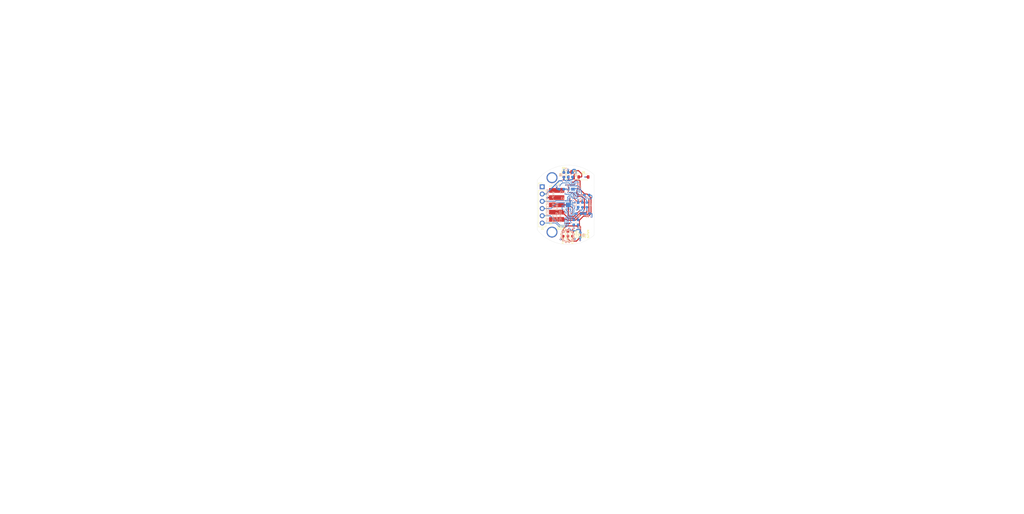
<source format=kicad_pcb>
(kicad_pcb (version 20241229) (generator "pcbnew") (generator_version "9.0")
  (title_block (title "Mag Encoder (WCP-1971)") (date "2025-09-20") (rev "1"))
  (layers (0 "F.Cu" signal) (4 "In1.Cu" signal) (6 "In2.Cu" signal) (2 "B.Cu" signal) (13 "F.Paste" user) (15 "B.Paste" user) (5 "F.SilkS" user "F.Silkscreen") (7 "B.SilkS" user "B.Silkscreen") (1 "F.Mask" user) (3 "B.Mask" user) (25 "Edge.Cuts" user))
  (net 0 "")
  (net 1 "+3.3V")
  (net 2 "GND")
  (net 3 "+5V")
  (net 4 "Net-(D4-A)")
  (net 5 "Net-(D1-K)")
  (net 6 "Net-(D3-A)")
  (net 7 "+5V_IN")
  (net 8 "Net-(C1-Pad1)")
  (net 9 "/A")
  (net 10 "/B")
  (net 11 "/PWM")
  (net 12 "Net-(D2-A)")
  (net 13 "Net-(R2-Pad1)")
  (net 14 "Net-(D3-K)")
  (net 15 "Net-(R1-Pad1)")
  (net 16 "Net-(U3-MGL)")
  (net 17 "Net-(U3-MGH)")
  (net 18 "Net-(U3-B)")
  (net 19 "/MISO")
  (net 20 "Net-(U3-A)")
  (net 21 "Net-(U3-PWM)")
  (net 22 "/CS")
  (net 23 "/MOSI")
  (net 24 "/SCLK")
  (net 26 "Net-(R3-Pad1)")
  (footprint "mag-encoder:pin-0.100" (layer "F.Cu") (at 224.8408 114.046 180)
    (property "Reference" "H1" (hide yes))
    (property "Value" "MountingHole")
    (pad "" thru_hole circle (at 0 0 180) (size 3.81 3.81) (drill 3) (layers "*.Cu" "*.Mask"))
  )
  (footprint "LED_SMD:LED_0603_1608Metric" (layer "F.Cu") (at 228.981 113.03 -90)
    (property "Reference" "D1" (at -0.0254 1.2446 90) (layer "F.SilkS") (effects (font (size 0.635 0.635) (thickness 0.127))))
    (property "Value" "ON" (at -2.3114 0 180) (layer "F.SilkS") (effects (font (size 0.635 0.635) (thickness 0.127) (bold yes))))
    (pad "1" smd roundrect (at -0.7875 0 270) (size 0.875 0.95) (layers "F.Cu" "F.Mask" "F.Paste") (net 5 "Net-(D1-K)"))
    (pad "2" smd roundrect (at 0.7875 0 270) (size 0.875 0.95) (layers "F.Cu" "F.Mask" "F.Paste") (net 1 "+3.3V"))
  )
  (footprint "LED_SMD:LED_0603_1608Metric" (layer "F.Cu") (at 228.727 133.731 90)
    (property "Reference" "D2" (at 2.032 -1.7272 90) (layer "F.SilkS") (effects (font (size 0.635 0.635) (thickness 0.127))))
    (property "Value" "FAR" (at -2.5654 -0.008467 90) (layer "F.SilkS") (effects (font (size 0.635 0.635) (thickness 0.127) (bold yes))))
    (pad "1" smd roundrect (at -0.7875 0 90) (size 0.875 0.95) (layers "F.Cu" "F.Mask" "F.Paste") (net 2 "GND"))
    (pad "2" smd roundrect (at 0.7875 0 90) (size 0.875 0.95) (layers "F.Cu" "F.Mask" "F.Paste") (net 12 "Net-(D2-A)"))
  )
  (footprint "Package_TO_SOT_SMD:SOT-23" (layer "F.Cu") (at 231.5972 113.03 90)
    (property "Reference" "U1" (at 1.2954 1.3208 0) (layer "F.SilkS") (effects (font (size 0.635 0.635) (thickness 0.127))))
    (property "Value" "AP2120N-3.3TRG1")
    (pad "1" smd roundrect (at -0.9375 -0.95 90) (size 1.475 0.6) (layers "F.Cu" "F.Mask" "F.Paste") (net 2 "GND"))
    (pad "2" smd roundrect (at -0.9375 0.95 90) (size 1.475 0.6) (layers "F.Cu" "F.Mask" "F.Paste") (net 1 "+3.3V"))
    (pad "3" smd roundrect (at 0.9375 0 90) (size 1.475 0.6) (layers "F.Cu" "F.Mask" "F.Paste") (net 3 "+5V"))
  )
  (footprint "mag-encoder:Molex-70634-0039" (layer "F.Cu") (at 241.4778 123.571 90)
    (property "Reference" "J2" (at 7.3152 -14.5542 0) (layer "F.SilkS") (effects (font (size 0.635 0.635) (thickness 0.127))))
    (property "Value" "0015912055")
    (pad "" np_thru_hole circle (at -6.48 -4.3 90) (size 3.4 3.4) (drill 3.4) (layers "F&B.Cu" "*.Mask") (clearance 0.635))
    (pad "" np_thru_hole circle (at 6.48 -4.3 90) (size 3.4 3.4) (drill 3.4) (layers "F&B.Cu" "*.Mask") (clearance 0.635))
    (pad "1" smd roundrect (at 5.08 -14.99 90) (size 1.65 5.33) (layers "F.Cu" "F.Mask" "F.Paste") (roundrect_rratio 0.07352941176) (net 2 "GND"))
    (pad "2" smd roundrect (at 2.54 -14.99 90) (size 1.65 5.33) (layers "F.Cu" "F.Mask" "F.Paste") (roundrect_rratio 0.07352941176) (net 7 "+5V_IN"))
    (pad "3" smd roundrect (at 0 -14.99 90) (size 1.65 5.33) (layers "F.Cu" "F.Mask" "F.Paste") (roundrect_rratio 0.07352941176) (net 9 "/A"))
    (pad "4" smd roundrect (at -2.54 -14.99 90) (size 1.65 5.33) (layers "F.Cu" "F.Mask" "F.Paste") (roundrect_rratio 0.07352941176) (net 10 "/B"))
    (pad "5" smd roundrect (at -5.08 -14.99 90) (size 1.65 5.33) (layers "F.Cu" "F.Mask" "F.Paste") (roundrect_rratio 0.07352941176) (net 11 "/PWM"))
  )
  (footprint "LED_SMD:LED_0603_1608Metric" (layer "F.Cu") (at 230.378 133.731 90)
    (property "Reference" "D3" (at 2.032 -2.3876 90) (layer "F.SilkS") (effects (font (size 0.635 0.635) (thickness 0.127))))
    (property "Value" "OK" (at -2.353733 0.008466 90) (layer "F.SilkS") (effects (font (size 0.635 0.635) (thickness 0.127) (bold yes))))
    (pad "1" smd roundrect (at -0.7875 0 90) (size 0.875 0.95) (layers "F.Cu" "F.Mask" "F.Paste") (net 14 "Net-(D3-K)"))
    (pad "2" smd roundrect (at 0.7875 0 90) (size 0.875 0.95) (layers "F.Cu" "F.Mask" "F.Paste") (net 6 "Net-(D3-A)"))
  )
  (footprint "Connector_PinHeader_2.54mm:PinHeader_1x06_P2.54mm_Vertical" (layer "F.Cu") (at 221.4118 117.221)
    (property "Reference" "J1" (at 0.0508 14.7066 0) (layer "F.SilkS") (effects (font (size 0.635 0.635) (thickness 0.127) (bold yes))))
    (property "Value" "CONFIG")
    (pad "1" thru_hole rect (at 0 0) (size 1.7 1.7) (drill 1) (layers "*.Cu" "*.Mask") (net 2 "GND"))
    (pad "2" thru_hole oval (at 0 2.54) (size 1.7 1.7) (drill 1) (layers "*.Cu" "*.Mask") (net 1 "+3.3V"))
    (pad "3" thru_hole oval (at 0 5.08) (size 1.7 1.7) (drill 1) (layers "*.Cu" "*.Mask") (net 22 "/CS"))
    (pad "4" thru_hole oval (at 0 7.62) (size 1.7 1.7) (drill 1) (layers "*.Cu" "*.Mask") (net 23 "/MOSI"))
    (pad "5" thru_hole oval (at 0 10.16) (size 1.7 1.7) (drill 1) (layers "*.Cu" "*.Mask") (net 19 "/MISO"))
    (pad "6" thru_hole oval (at 0 12.7) (size 1.7 1.7) (drill 1) (layers "*.Cu" "*.Mask") (net 24 "/SCLK"))
  )
  (footprint "Diode_SMD:D_SOD-123" (layer "F.Cu") (at 235.839 113.792)
    (property "Reference" "D5" (at 0 -1.5748 0) (layer "F.SilkS") (effects (font (size 0.635 0.635) (thickness 0.127) (bold yes))))
    (property "Value" "MMSD4148T1G")
    (pad "1" smd roundrect (at -1.65 0) (size 0.9 1.2) (layers "F.Cu" "F.Mask" "F.Paste") (net 3 "+5V"))
    (pad "2" smd roundrect (at 1.65 0) (size 0.9 1.2) (layers "F.Cu" "F.Mask" "F.Paste") (net 7 "+5V_IN"))
  )
  (footprint "LED_SMD:LED_0603_1608Metric" (layer "F.Cu") (at 232.029 133.731 90)
    (property "Reference" "D4" (at 2.032 -3.048 90) (layer "F.SilkS") (effects (font (size 0.635 0.635) (thickness 0.127))))
    (property "Value" "CLS" (at -2.580519 -0.0254 90) (layer "F.SilkS") (effects (font (size 0.635 0.635) (thickness 0.127) (bold yes))))
    (pad "1" smd roundrect (at -0.7875 0 90) (size 0.875 0.95) (layers "F.Cu" "F.Mask" "F.Paste") (net 2 "GND"))
    (pad "2" smd roundrect (at 0.7875 0 90) (size 0.875 0.95) (layers "F.Cu" "F.Mask" "F.Paste") (net 4 "Net-(D4-A)"))
  )
  (footprint "mag-encoder:pin-0.100" (layer "F.Cu") (at 224.8408 133.096 180)
    (property "Reference" "H2" (hide yes))
    (property "Value" "MountingHole")
    (pad "" thru_hole circle (at 0 0 180) (size 3.81 3.81) (drill 3) (layers "*.Cu" "*.Mask"))
  )
  (footprint "Resistor_SMD:R_0603_1608Metric" (layer "B.Cu") (at 235.5088 123.571 -90)
    (property "Reference" "R3" (at -1.9812 0.635 90) (layer "B.SilkS") (effects (font (size 0.635 0.635) (thickness 0.127)) (justify mirror)))
    (property "Value" "100R-1%-0603")
    (pad "1" smd roundrect (at -0.825 0 270) (size 0.8 0.95) (layers "B.Cu" "B.Mask" "B.Paste") (net 26 "Net-(R3-Pad1)"))
    (pad "2" smd roundrect (at 0.825 0 270) (size 0.8 0.95) (layers "B.Cu" "B.Mask" "B.Paste") (net 9 "/A"))
  )
  (footprint "Capacitor_SMD:C_0603_1608Metric" (layer "B.Cu") (at 233.9848 123.571 90)
    (property "Reference" "C2" (at 0.011 -1.0148 90) (layer "B.SilkS") (effects (font (size 0.635 0.635) (thickness 0.127)) (justify mirror)))
    (property "Value" "1uF-10%-25V-0603")
    (pad "1" smd roundrect (at -0.775 0 90) (size 0.9 0.95) (layers "B.Cu" "B.Mask" "B.Paste") (net 1 "+3.3V"))
    (pad "2" smd roundrect (at 0.775 0 90) (size 0.9 0.95) (layers "B.Cu" "B.Mask" "B.Paste") (net 2 "GND"))
  )
  (footprint "Capacitor_SMD:C_0603_1608Metric" (layer "B.Cu") (at 230.505 113.03 -90)
    (property "Reference" "C4" (at -1.8542 0.5842 90) (layer "B.SilkS") (effects (font (size 0.635 0.635) (thickness 0.127)) (justify mirror)))
    (property "Value" "1uF-10%-25V-0603")
    (pad "1" smd roundrect (at -0.775 0 270) (size 0.9 0.95) (layers "B.Cu" "B.Mask" "B.Paste") (net 3 "+5V"))
    (pad "2" smd roundrect (at 0.775 0 270) (size 0.9 0.95) (layers "B.Cu" "B.Mask" "B.Paste") (net 2 "GND"))
  )
  (footprint "mag-encoder:TI-WQFN-14-1EP_2.5x3mm_EP_1x1.5mm" (layer "B.Cu") (at 232.2068 118.0592 -90)
    (property "Reference" "U2" (at -0.6604 -2.5146 90) (layer "B.SilkS") (effects (font (size 0.635 0.635) (thickness 0.127)) (justify mirror)))
    (property "Value" "SN74LVC7032ABQAR")
    (pad "1" smd roundrect (at -0.25 1.4 180) (size 0.6 0.25) (layers "B.Cu" "B.Mask" "B.Paste") (roundrect_rratio 0.2) (net 8 "Net-(C1-Pad1)") (clearance 0.07))
    (pad "2" smd roundrect (at -1.15 1 270) (size 0.6 0.25) (layers "B.Cu" "B.Mask" "B.Paste") (roundrect_rratio 0.2) (net 17 "Net-(U3-MGH)") (clearance 0.07))
    (pad "3" smd roundrect (at -1.15 0.5 270) (size 0.6 0.25) (layers "B.Cu" "B.Mask" "B.Paste") (roundrect_rratio 0.2) (net 14 "Net-(D3-K)") (clearance 0.07))
    (pad "4" smd roundrect (at -1.15 0 270) (size 0.6 0.25) (layers "B.Cu" "B.Mask" "B.Paste") (roundrect_rratio 0.2) (net 21 "Net-(U3-PWM)") (clearance 0.07))
    (pad "5" smd roundrect (at -1.15 -0.5 270) (size 0.6 0.25) (layers "B.Cu" "B.Mask" "B.Paste") (roundrect_rratio 0.2) (net 8 "Net-(C1-Pad1)") (clearance 0.07))
    (pad "6" smd roundrect (at -1.15 -1 270) (size 0.6 0.25) (layers "B.Cu" "B.Mask" "B.Paste") (roundrect_rratio 0.2) (net 15 "Net-(R1-Pad1)") (clearance 0.07))
    (pad "7" smd roundrect (at -0.25 -1.4 180) (size 0.6 0.25) (layers "B.Cu" "B.Mask" "B.Paste") (roundrect_rratio 0.2) (net 2 "GND") (clearance 0.07))
    (pad "8" smd roundrect (at 0.25 -1.4 180) (size 0.6 0.25) (layers "B.Cu" "B.Mask" "B.Paste") (roundrect_rratio 0.2) (net 13 "Net-(R2-Pad1)") (clearance 0.07))
    (pad "9" smd roundrect (at 1.15 -1 270) (size 0.6 0.25) (layers "B.Cu" "B.Mask" "B.Paste") (roundrect_rratio 0.2) (net 18 "Net-(U3-B)") (clearance 0.07))
    (pad "10" smd roundrect (at 1.15 -0.5 270) (size 0.6 0.25) (layers "B.Cu" "B.Mask" "B.Paste") (roundrect_rratio 0.2) (net 8 "Net-(C1-Pad1)") (clearance 0.07))
    (pad "11" smd roundrect (at 1.15 0 270) (size 0.6 0.25) (layers "B.Cu" "B.Mask" "B.Paste") (roundrect_rratio 0.2) (net 26 "Net-(R3-Pad1)") (clearance 0.07))
    (pad "12" smd roundrect (at 1.15 0.5 270) (size 0.6 0.25) (layers "B.Cu" "B.Mask" "B.Paste") (roundrect_rratio 0.2) (net 20 "Net-(U3-A)") (clearance 0.07))
    (pad "13" smd roundrect (at 1.15 1 270) (size 0.6 0.25) (layers "B.Cu" "B.Mask" "B.Paste") (roundrect_rratio 0.2) (net 8 "Net-(C1-Pad1)") (clearance 0.07))
    (pad "14" smd roundrect (at 0.25 1.4 180) (size 0.6 0.25) (layers "B.Cu" "B.Mask" "B.Paste") (roundrect_rratio 0.2) (net 1 "+3.3V") (clearance 0.07))
    (pad "EP" smd roundrect (at 0 0 270) (size 1 1.5) (layers "B.Cu" "B.Mask" "B.Paste") (roundrect_rratio 0.2) (net 2 "GND") (clearance 0.07))
  )
  (footprint "Resistor_SMD:R_0603_1608Metric" (layer "B.Cu") (at 232.4608 129.667 -90)
    (property "Reference" "R7" (at 2.032 0 90) (layer "B.SilkS") (effects (font (size 0.635 0.635) (thickness 0.127)) (justify mirror)))
    (property "Value" "1.00k-1%-0603")
    (pad "1" smd roundrect (at -0.825 0 270) (size 0.8 0.95) (layers "B.Cu" "B.Mask" "B.Paste") (net 17 "Net-(U3-MGH)"))
    (pad "2" smd roundrect (at 0.825 0 270) (size 0.8 0.95) (layers "B.Cu" "B.Mask" "B.Paste") (net 4 "Net-(D4-A)"))
  )
  (footprint "Capacitor_SMD:C_0603_1608Metric" (layer "B.Cu") (at 228.1428 118.0592 180)
    (property "Reference" "C5" (at 0 -1.1176 0) (layer "B.SilkS") (effects (font (size 0.635 0.635) (thickness 0.127)) (justify mirror)))
    (property "Value" "1uF-10%-25V-0603")
    (pad "1" smd roundrect (at -0.775 0 180) (size 0.9 0.95) (layers "B.Cu" "B.Mask" "B.Paste") (net 1 "+3.3V"))
    (pad "2" smd roundrect (at 0.775 0 180) (size 0.9 0.95) (layers "B.Cu" "B.Mask" "B.Paste") (net 2 "GND"))
  )
  (footprint "Resistor_SMD:R_0603_1608Metric" (layer "B.Cu") (at 234.696 134.112 90)
    (property "Reference" "R5" (at -0.0254 1.2446 90) (layer "B.SilkS") (effects (font (size 0.635 0.635) (thickness 0.127)) (justify mirror)))
    (property "Value" "249R-1%-0603")
    (pad "1" smd roundrect (at -0.825 0 90) (size 0.8 0.95) (layers "B.Cu" "B.Mask" "B.Paste") (net 1 "+3.3V"))
    (pad "2" smd roundrect (at 0.825 0 90) (size 0.8 0.95) (layers "B.Cu" "B.Mask" "B.Paste") (net 6 "Net-(D3-A)"))
  )
  (footprint "Resistor_SMD:R_0603_1608Metric" (layer "B.Cu") (at 237.0328 123.571 -90)
    (property "Reference" "R2" (at 0 -1.1684 90) (layer "B.SilkS") (effects (font (size 0.635 0.635) (thickness 0.127)) (justify mirror)))
    (property "Value" "100R-1%-0603")
    (pad "1" smd roundrect (at -0.825 0 270) (size 0.8 0.95) (layers "B.Cu" "B.Mask" "B.Paste") (net 13 "Net-(R2-Pad1)"))
    (pad "2" smd roundrect (at 0.825 0 270) (size 0.8 0.95) (layers "B.Cu" "B.Mask" "B.Paste") (net 10 "/B"))
  )
  (footprint "Capacitor_SMD:C_0603_1608Metric" (layer "B.Cu") (at 237.236 126.619)
    (property "Reference" "C1" (at -0.0508 1.1176 0) (layer "B.SilkS") (effects (font (size 0.635 0.635) (thickness 0.127)) (justify mirror)))
    (property "Value" "1uF-10%-25V-0603")
    (pad "1" smd roundrect (at -0.775 0) (size 0.9 0.95) (layers "B.Cu" "B.Mask" "B.Paste") (net 8 "Net-(C1-Pad1)"))
    (pad "2" smd roundrect (at 0.775 0) (size 0.9 0.95) (layers "B.Cu" "B.Mask" "B.Paste") (net 2 "GND"))
  )
  (footprint "Resistor_SMD:R_0603_1608Metric" (layer "B.Cu") (at 237.0328 120.142)
    (property "Reference" "R1" (at -1.9812 0 0) (layer "B.SilkS") (effects (font (size 0.635 0.635) (thickness 0.127)) (justify mirror)))
    (property "Value" "100R-1%-0603")
    (pad "1" smd roundrect (at -0.825 0) (size 0.8 0.95) (layers "B.Cu" "B.Mask" "B.Paste") (net 15 "Net-(R1-Pad1)"))
    (pad "2" smd roundrect (at 0.825 0) (size 0.8 0.95) (layers "B.Cu" "B.Mask" "B.Paste") (net 11 "/PWM"))
  )
  (footprint "Logos:WCP-Logo_200" (layer "B.Cu") (at 230.2764 134.4422 -90)
    (property "Reference" "G***" (hide yes))
    (property "Value" "LOGO" (hide yes))
  )
  (footprint "Resistor_SMD:R_0603_1608Metric" (layer "B.Cu") (at 234.188 126.619)
    (property "Reference" "R4" (at 0 1.143 0) (layer "B.SilkS") (effects (font (size 0.635 0.635) (thickness 0.127)) (justify mirror)))
    (property "Value" "1.00k-1%-0603")
    (pad "1" smd roundrect (at -0.825 0) (size 0.8 0.95) (layers "B.Cu" "B.Mask" "B.Paste") (net 16 "Net-(U3-MGL)"))
    (pad "2" smd roundrect (at 0.825 0) (size 0.8 0.95) (layers "B.Cu" "B.Mask" "B.Paste") (net 8 "Net-(C1-Pad1)"))
  )
  (footprint "Capacitor_SMD:C_0603_1608Metric" (layer "B.Cu") (at 232.029 113.03 -90)
    (property "Reference" "C3" (at 0 -1.1176 90) (layer "B.SilkS") (effects (font (size 0.635 0.635) (thickness 0.127) (bold yes)) (justify mirror)))
    (property "Value" "1uF-10%-25V-0603")
    (pad "1" smd roundrect (at -0.775 0 270) (size 0.9 0.95) (layers "B.Cu" "B.Mask" "B.Paste") (net 1 "+3.3V"))
    (pad "2" smd roundrect (at 0.775 0 270) (size 0.9 0.95) (layers "B.Cu" "B.Mask" "B.Paste") (net 2 "GND"))
  )
  (footprint "mag-encoder:QFN-16-1EP_3x3mm_P0.5mm_EP1.7x1.7mm" (layer "B.Cu") (at 230.5558 123.571)
    (property "Reference" "U3" (at -1.9304 -2.3368 0) (layer "B.SilkS") (effects (font (size 0.635 0.635) (thickness 0.127)) (justify mirror)))
    (property "Value" "MA732GQ")
    (pad "1" smd roundrect (at -1.45 0.738) (size 0.7 0.25) (layers "B.Cu" "B.Mask" "B.Paste"))
    (pad "2" smd roundrect (at -1.45 0.238) (size 0.7 0.25) (layers "B.Cu" "B.Mask" "B.Paste") (net 20 "Net-(U3-A)"))
    (pad "3" smd roundrect (at -1.45 -0.262) (size 0.7 0.25) (layers "B.Cu" "B.Mask" "B.Paste"))
    (pad "4" smd roundrect (at -1.45 -0.762) (size 0.7 0.25) (layers "B.Cu" "B.Mask" "B.Paste") (net 23 "/MOSI"))
    (pad "5" smd roundrect (at -0.75 -1.45) (size 0.25 0.7) (layers "B.Cu" "B.Mask" "B.Paste") (net 22 "/CS"))
    (pad "6" smd roundrect (at -0.25 -1.45) (size 0.25 0.7) (layers "B.Cu" "B.Mask" "B.Paste") (net 18 "Net-(U3-B)"))
    (pad "7" smd roundrect (at 0.25 -1.45) (size 0.25 0.7) (layers "B.Cu" "B.Mask" "B.Paste") (net 19 "/MISO"))
    (pad "8" smd roundrect (at 0.75 -1.45) (size 0.25 0.7) (layers "B.Cu" "B.Mask" "B.Paste") (net 2 "GND"))
    (pad "9" smd roundrect (at 1.45 -0.75) (size 0.7 0.25) (layers "B.Cu" "B.Mask" "B.Paste") (net 21 "Net-(U3-PWM)"))
    (pad "10" smd roundrect (at 1.45 -0.25) (size 0.7 0.25) (layers "B.Cu" "B.Mask" "B.Paste") (net 2 "GND"))
    (pad "11" smd roundrect (at 1.45 0.25) (size 0.7 0.25) (layers "B.Cu" "B.Mask" "B.Paste") (net 16 "Net-(U3-MGL)"))
    (pad "12" smd roundrect (at 1.45 0.75) (size 0.7 0.25) (layers "B.Cu" "B.Mask" "B.Paste") (net 24 "/SCLK"))
    (pad "13" smd roundrect (at 0.75 1.45) (size 0.25 0.7) (layers "B.Cu" "B.Mask" "B.Paste") (net 1 "+3.3V"))
    (pad "14" smd roundrect (at 0.25 1.45) (size 0.25 0.7) (layers "B.Cu" "B.Mask" "B.Paste"))
    (pad "15" smd roundrect (at -0.25 1.45) (size 0.25 0.7) (layers "B.Cu" "B.Mask" "B.Paste"))
    (pad "16" smd roundrect (at -0.75 1.45) (size 0.25 0.7) (layers "B.Cu" "B.Mask" "B.Paste") (net 17 "Net-(U3-MGH)"))
    (pad "17" smd rect (at 0 0) (size 1.7 1.7) (property pad_prop_heatsink) (layers "B.Cu" "B.Mask") (net 2 "GND"))
  )
  (footprint "Resistor_SMD:R_0603_1608Metric" (layer "B.Cu") (at 233.9848 129.667 -90)
    (property "Reference" "R6" (at 1.905 -0.6096 90) (layer "B.SilkS") (effects (font (size 0.635 0.635) (thickness 0.127)) (justify mirror)))
    (property "Value" "1.00k-1%-0603")
    (pad "1" smd roundrect (at -0.825 0 270) (size 0.8 0.95) (layers "B.Cu" "B.Mask" "B.Paste") (net 16 "Net-(U3-MGL)"))
    (pad "2" smd roundrect (at 0.825 0 270) (size 0.8 0.95) (layers "B.Cu" "B.Mask" "B.Paste") (net 12 "Net-(D2-A)"))
  )
  (footprint "Resistor_SMD:R_0603_1608Metric" (layer "B.Cu") (at 228.981 113.03 -90)
    (property "Reference" "R8" (at 0 1.1176 90) (layer "B.SilkS") (effects (font (size 0.635 0.635) (thickness 0.127) (bold yes)) (justify mirror)))
    (property "Value" "249R-1%-0603")
    (pad "1" smd roundrect (at -0.825 0 270) (size 0.8 0.95) (layers "B.Cu" "B.Mask" "B.Paste") (net 5 "Net-(D1-K)"))
    (pad "2" smd roundrect (at 0.825 0 270) (size 0.8 0.95) (layers "B.Cu" "B.Mask" "B.Paste") (net 2 "GND"))
  )
  (gr_line (start 226.7966 130.81) (end 229.235 130.81) (stroke (width 0.1)) (layer "F.SilkS"))
  (gr_line (start 229.235 130.81) (end 228.9556 131.0386) (stroke (width 0.1)) (layer "F.SilkS"))
  (gr_line (start 229.235 130.81) (end 228.9556 130.5814) (stroke (width 0.1)) (layer "F.SilkS"))
  (gr_line (start 239.5428 112.941609) (end 239.5428 134.200389) (stroke (width 0.05)) (layer "Edge.Cuts"))
  (gr_line (start 219.638626 114.93881) (end 219.641945 132.213244) (stroke (width 0.05)) (layer "Edge.Cuts"))
  (gr_arc (start 239.5428 134.200389) (mid 229.171827 137.418491) (end 219.641945 132.213244) (stroke (width 0.05)) (layer "Edge.Cuts"))
  (gr_arc (start 219.638626 114.93881) (mid 229.167061 109.71808) (end 239.5428 112.941609) (stroke (width 0.05)) (layer "Edge.Cuts"))
  (gr_text "1" (at 224.917 116.9416 90) (layer "F.SilkS") (effects (font (size 0.889 0.889) (thickness 0.1524) (bold yes)) (justify bottom)))
  (gr_text "1:GND\n2:5V\n3:A\n4:B\n5:PWM" (at 235.458 135.3058 90) (layer "F.SilkS") (effects (font (size 0.635 0.635) (thickness 0.127) (bold yes)) (justify left)))
  (gr_text "5" (at 224.8916 130.2258 90) (layer "F.SilkS") (effects (font (size 0.889 0.889) (thickness 0.1524) (bold yes)) (justify bottom)))
  (gr_text "WCP-1971   2025\n1868 SPACE\nCOOKIES" (at 224.8916 129.8448 90) (layer "B.SilkS") (effects (font (size 0.762 0.762) (thickness 0.1524) (bold yes)) (justify right top mirror)))
  (gr_text "MAG ENCODER V1" (at 223.3422 129.8448 90) (layer "B.SilkS") (effects (font (size 0.889 0.889) (thickness 0.1524) (bold yes)) (justify right mirror)))
  (segment (start 232.537 113.0554) (end 232.537 113.9573) (width 0.381) (layer "F.Cu") (net 1))
  (segment (start 228.981 114.6048) (end 228.981 113.8175) (width 0.381) (layer "F.Cu") (net 1))
  (segment (start 228.463539 115.122261) (end 228.981 114.6048) (width 0.381) (layer "F.Cu") (net 1))
  (segment (start 232.537 113.9573) (end 232.5472 113.9675) (width 0.381) (layer "F.Cu") (net 1))
  (segment (start 233.2482 112.3442) (end 232.537 113.0554) (width 0.381) (layer "F.Cu") (net 1))
  (via (at 234.696 135.939583) (size 0.6) (drill 0.3) (layers "F.Cu" "B.Cu") (net 1))
  (via (at 233.2482 112.3442) (size 0.6) (drill 0.3) (layers "F.Cu" "B.Cu") (net 1))
  (via (at 233.4641 125.2601) (size 0.6096) (drill 0.3048) (layers "F.Cu" "B.Cu") (net 1))
  (via (at 231.3178 125.984) (size 0.6096) (drill 0.3048) (layers "F.Cu" "B.Cu") (net 1))
  (via (at 229.8573 118.0211) (size 0.6) (drill 0.3) (layers "F.Cu" "B.Cu") (net 1))
  (via (at 228.463539 115.122261) (size 0.6) (drill 0.3) (layers "F.Cu" "B.Cu") (net 1))
  (segment (start 234.696 135.939583) (end 234.696 134.937) (width 0.381) (layer "B.Cu") (net 1))
  (segment (start 232.283 111.1504) (end 232.029 111.4044) (width 0.381) (layer "B.Cu") (net 1))
  (segment (start 230.1454 118.3092) (end 230.9338 118.3092) (width 0.254) (layer "B.Cu") (net 1))
  (segment (start 233.7689 125.2601) (end 233.9848 125.0442) (width 0.381) (layer "B.Cu") (net 1))
  (segment (start 228.463539 115.122261) (end 227.371029 115.122261) (width 0.381) (layer "B.Cu") (net 1))
  (segment (start 233.2482 112.3442) (end 233.2482 111.506) (width 0.381) (layer "B.Cu") (net 1))
  (segment (start 229.8573 118.0211) (end 230.1454 118.3092) (width 0.254) (layer "B.Cu") (net 1))
  (segment (start 232.8926 111.1504) (end 232.283 111.1504) (width 0.381) (layer "B.Cu") (net 1))
  (segment (start 227.371029 115.122261) (end 222.73229 119.761) (width 0.381) (layer "B.Cu") (net 1))
  (segment (start 232.029 111.4044) (end 232.029 112.255) (width 0.381) (layer "B.Cu") (net 1))
  (segment (start 228.9178 118.0592) (end 229.8192 118.0592) (width 0.381) (layer "B.Cu") (net 1))
  (segment (start 233.4641 125.2601) (end 233.7689 125.2601) (width 0.381) (layer "B.Cu") (net 1))
  (segment (start 231.3058 125.021) (end 231.3058 125.972) (width 0.254) (layer "B.Cu") (net 1))
  (segment (start 233.2482 111.506) (end 232.8926 111.1504) (width 0.381) (layer "B.Cu") (net 1))
  (segment (start 229.8192 118.0592) (end 229.8573 118.0211) (width 0.381) (layer "B.Cu") (net 1))
  (segment (start 222.73229 119.761) (end 221.4118 119.761) (width 0.381) (layer "B.Cu") (net 1))
  (segment (start 233.9848 125.0442) (end 233.9848 124.346) (width 0.381) (layer "B.Cu") (net 1))
  (segment (start 231.3058 125.972) (end 231.3178 125.984) (width 0.254) (layer "B.Cu") (net 1))
  (segment (start 232.029 134.5185) (end 232.029 135.3312) (width 0.381) (layer "F.Cu") (net 2))
  (segment (start 232.029 135.3312) (end 232.2068 135.509) (width 0.381) (layer "F.Cu") (net 2))
  (segment (start 230.6472 114.9198) (end 230.6472 113.9675) (width 0.381) (layer "F.Cu") (net 2))
  (segment (start 228.473 135.6614) (end 228.727 135.4074) (width 0.381) (layer "F.Cu") (net 2))
  (segment (start 228.727 135.4074) (end 228.727 134.5185) (width 0.381) (layer "F.Cu") (net 2))
  (segment (start 232.2068 135.509) (end 232.8672 135.509) (width 0.381) (layer "F.Cu") (net 2))
  (segment (start 230.4542 115.1128) (end 230.6472 114.9198) (width 0.381) (layer "F.Cu") (net 2))
  (segment (start 226.4664 117.356) (end 226.4878 117.3774) (width 0.381) (layer "F.Cu") (net 2))
  (segment (start 226.4878 117.3774) (end 226.4878 118.491) (width 0.381) (layer "F.Cu") (net 2))
  (segment (start 227.838 135.6614) (end 228.473 135.6614) (width 0.381) (layer "F.Cu") (net 2))
  (segment (start 226.4664 117.0686) (end 226.4664 117.356) (width 0.381) (layer "F.Cu") (net 2))
  (segment (start 229.9462 115.1128) (end 230.4542 115.1128) (width 0.381) (layer "F.Cu") (net 2))
  (via (at 229.9462 115.1128) (size 0.6) (drill 0.3) (layers "F.Cu" "B.Cu") (net 2))
  (via (at 226.4664 117.0686) (size 0.6096) (drill 0.3048) (layers "F.Cu" "B.Cu") (net 2))
  (via (at 232.0036 122.0978) (size 0.6096) (drill 0.3048) (layers "F.Cu" "B.Cu") (net 2))
  (via (at 227.838 135.6614) (size 0.6) (drill 0.3) (layers "F.Cu" "B.Cu") (net 2))
  (via (at 234.443344 118.992046) (size 0.6) (drill 0.3) (layers "F.Cu" "B.Cu") (net 2))
  (via (at 232.7068 118.0592) (size 0.5) (drill 0.2) (layers "F.Cu" "B.Cu") (net 2))
  (via (at 232.8672 135.509) (size 0.6) (drill 0.3) (layers "F.Cu" "B.Cu") (net 2))
  (via (at 231.7068 118.0592) (size 0.5) (drill 0.2) (layers "F.Cu" "B.Cu") (net 2))
  (via (at 238.6584 127.762) (size 0.6) (drill 0.3) (layers "F.Cu" "B.Cu") (net 2))
  (via (at 233.9848 121.793) (size 0.6096) (drill 0.3048) (layers "F.Cu" "B.Cu") (net 2))
  (segment (start 234.443344 118.992046) (end 234.2751 118.823802) (width 0.254) (layer "B.Cu") (net 2))
  (segment (start 226.4664 117.856) (end 226.4664 117.0686) (width 0.381) (layer "B.Cu") (net 2))
  (segment (start 229.9462 115.1128) (end 230.9368 115.1128) (width 0.381) (layer "B.Cu") (net 2))
  (segment (start 231.308 122.1232) (end 231.9782 122.1232) (width 0.254) (layer "B.Cu") (net 2))
  (segment (start 231.3058 122.121) (end 231.3058 122.560024) (width 0.254) (layer "B.Cu") (net 2))
  (segment (start 234.024752 117.8092) (end 233.6068 117.8092) (width 0.254) (layer "B.Cu") (net 2))
  (segment (start 231.2875 122.578324) (end 231.2875 122.8393) (width 0.254) (layer "B.Cu") (net 2))
  (segment (start 231.3058 122.121) (end 231.308 122.1232) (width 0.254) (layer "B.Cu") (net 2))
  (segment (start 238.76 126.619) (end 238.011 126.619) (width 0.254) (layer "B.Cu") (net 2))
  (segment (start 228.981 114.6048) (end 228.981 113.855) (width 0.381) (layer "B.Cu") (net 2))
  (segment (start 231.9782 122.1232) (end 232.0036 122.0978) (width 0.254) (layer "B.Cu") (net 2))
  (segment (start 229.489 115.1128) (end 228.981 114.6048) (width 0.381) (layer "B.Cu") (net 2))
  (segment (start 229.9462 115.1128) (end 230.4796 115.1128) (width 0.381) (layer "B.Cu") (net 2))
  (segment (start 232.0058 123.321) (end 230.8058 123.321) (width 0.254) (layer "B.Cu") (net 2))
  (segment (start 234.2751 118.823802) (end 234.2751 118.059548) (width 0.254) (layer "B.Cu") (net 2))
  (segment (start 232.029 114.554) (end 232.029 113.805) (width 0.381) (layer "B.Cu") (net 2))
  (segment (start 238.6584 127.762) (end 238.8616 127.5588) (width 0.254) (layer "B.Cu") (net 2))
  (segment (start 233.6068 117.8092) (end 232.4568 117.8092) (width 0.254) (layer "B.Cu") (net 2))
  (segment (start 231.3058 122.560024) (end 231.2875 122.578324) (width 0.254) (layer "B.Cu") (net 2))
  (segment (start 232.4568 117.8092) (end 232.2068 118.0592) (width 0.254) (layer "B.Cu") (net 2))
  (segment (start 227.3678 118.0592) (end 226.6696 118.0592) (width 0.381) (layer "B.Cu") (net 2))
  (segment (start 231.267 114.7826) (end 231.8004 114.7826) (width 0.381) (layer "B.Cu") (net 2))
  (segment (start 230.8058 123.321) (end 230.5558 123.571) (width 0.254) (layer "B.Cu") (net 2))
  (segment (start 230.9368 115.1128) (end 231.267 114.7826) (width 0.381) (layer "B.Cu") (net 2))
  (segment (start 229.9462 115.1128) (end 229.489 115.1128) (width 0.381) (layer "B.Cu") (net 2))
  (segment (start 231.2875 122.8393) (end 230.5558 123.571) (width 0.254) (layer "B.Cu") (net 2))
  (segment (start 231.8004 114.7826) (end 232.029 114.554) (width 0.381) (layer "B.Cu") (net 2))
  (segment (start 238.8616 126.7206) (end 238.76 126.619) (width 0.254) (layer "B.Cu") (net 2))
  (segment (start 234.2751 118.059548) (end 234.024752 117.8092) (width 0.254) (layer "B.Cu") (net 2))
  (segment (start 230.505 115.0874) (end 230.505 113.805) (width 0.381) (layer "B.Cu") (net 2))
  (segment (start 238.8616 127.5588) (end 238.8616 126.7206) (width 0.254) (layer "B.Cu") (net 2))
  (segment (start 226.6696 118.0592) (end 226.4664 117.856) (width 0.381) (layer "B.Cu") (net 2))
  (segment (start 230.4796 115.1128) (end 230.505 115.0874) (width 0.381) (layer "B.Cu") (net 2))
  (segment (start 233.9848 122.796) (end 233.9848 121.793) (width 0.381) (layer "B.Cu") (net 2))
  (segment (start 232.8926 111.5822) (end 232.3823 112.0925) (width 0.381) (layer "F.Cu") (net 3))
  (segment (start 231.5972 112.0925) (end 230.8883 112.0925) (width 0.381) (layer "F.Cu") (net 3))
  (segment (start 234.189 113.792) (end 235.0516 113.792) (width 0.381) (layer "F.Cu") (net 3))
  (segment (start 230.5304 111.7346) (end 230.5304 111.2266) (width 0.381) (layer "F.Cu") (net 3))
  (segment (start 230.8883 112.0925) (end 230.5304 111.7346) (width 0.381) (layer "F.Cu") (net 3))
  (segment (start 235.2294 112.6998) (end 234.1118 111.5822) (width 0.381) (layer "F.Cu") (net 3))
  (segment (start 235.2294 113.6142) (end 235.2294 112.6998) (width 0.381) (layer "F.Cu") (net 3))
  (segment (start 232.3823 112.0925) (end 231.5972 112.0925) (width 0.381) (layer "F.Cu") (net 3))
  (segment (start 234.1118 111.5822) (end 232.8926 111.5822) (width 0.381) (layer "F.Cu") (net 3))
  (segment (start 235.0516 113.792) (end 235.2294 113.6142) (width 0.381) (layer "F.Cu") (net 3))
  (via (at 230.5304 111.2266) (size 0.6) (drill 0.3) (layers "F.Cu" "B.Cu") (net 3))
  (segment (start 230.505 112.255) (end 230.505 111.252) (width 0.381) (layer "B.Cu") (net 3))
  (segment (start 230.505 111.252) (end 230.5304 111.2266) (width 0.381) (layer "B.Cu") (net 3))
  (segment (start 232.029 132.207) (end 232.029 132.9435) (width 0.381) (layer "F.Cu") (net 4))
  (segment (start 232.5116 131.7244) (end 232.029 132.207) (width 0.381) (layer "F.Cu") (net 4))
  (via (at 232.5116 131.7244) (size 0.6) (drill 0.3) (layers "F.Cu" "B.Cu") (net 4))
  (segment (start 232.4608 131.6736) (end 232.4608 130.492) (width 0.381) (layer "B.Cu") (net 4))
  (segment (start 232.5116 131.7244) (end 232.4608 131.6736) (width 0.381) (layer "B.Cu") (net 4))
  (segment (start 228.981 112.2425) (end 228.981 111.2266) (width 0.381) (layer "F.Cu") (net 5))
  (via (at 228.981 111.2266) (size 0.6) (drill 0.3) (layers "F.Cu" "B.Cu") (net 5))
  (segment (start 228.981 111.2266) (end 228.981 112.205) (width 0.381) (layer "B.Cu") (net 5))
  (segment (start 230.8352 131.826) (end 230.378 132.2832) (width 0.381) (layer "F.Cu") (net 6))
  (segment (start 230.378 132.2832) (end 230.378 132.9435) (width 0.381) (layer "F.Cu") (net 6))
  (via (at 230.8352 131.826) (size 0.6) (drill 0.3) (layers "F.Cu" "B.Cu") (net 6))
  (segment (start 230.8352 131.826) (end 231.648 132.6388) (width 0.381) (layer "B.Cu") (net 6))
  (segment (start 233.140122 132.6388) (end 233.597322 132.1816) (width 0.381) (layer "B.Cu") (net 6))
  (segment (start 234.4166 132.1816) (end 234.696 132.461) (width 0.381) (layer "B.Cu") (net 6))
  (segment (start 234.696 132.461) (end 234.696 133.287) (width 0.381) (layer "B.Cu") (net 6))
  (segment (start 233.597322 132.1816) (end 234.4166 132.1816) (width 0.381) (layer "B.Cu") (net 6))
  (segment (start 231.648 132.6388) (end 233.140122 132.6388) (width 0.381) (layer "B.Cu") (net 6))
  (segment (start 226.4878 121.031) (end 223.139 121.031) (width 0.508) (layer "F.Cu") (net 7))
  (segment (start 237.489 113.792) (end 236.474 113.792) (width 0.381) (layer "F.Cu") (net 7))
  (via (at 236.474 113.792) (size 0.6) (drill 0.3) (layers "F.Cu" "B.Cu") (net 7))
  (via (at 223.139 121.031) (size 0.6) (drill 0.3) (layers "F.Cu" "B.Cu") (net 7))
  (segment (start 232.013719 119.2578) (end 233.274839 120.51892) (width 0.254) (layer "F.Cu") (net 8))
  (segment (start 230.5304 119.2324) (end 230.5304 116.586) (width 0.254) (layer "F.Cu") (net 8))
  (segment (start 232.515882 116.586) (end 230.5304 116.586) (width 0.254) (layer "F.Cu") (net 8))
  (segment (start 236.1898 125.279628) (end 236.1898 121.489878) (width 0.381) (layer "F.Cu") (net 8))
  (segment (start 236.08257 125.386858) (end 236.1898 125.279628) (width 0.381) (layer "F.Cu") (net 8))
  (segment (start 233.150883 115.950999) (end 232.515882 116.586) (width 0.254) (layer "F.Cu") (net 8))
  (segment (start 230.505 119.2578) (end 232.013719 119.2578) (width 0.254) (layer "F.Cu") (net 8))
  (segment (start 235.268559 120.568637) (end 233.274839 120.568637) (width 0.381) (layer "F.Cu") (net 8))
  (segment (start 233.274839 120.51892) (end 233.274839 120.568637) (width 0.254) (layer "F.Cu") (net 8))
  (segment (start 230.505 119.2578) (end 230.5304 119.2324) (width 0.254) (layer "F.Cu") (net 8))
  (segment (start 229.6922 116.586) (end 230.5304 116.586) (width 0.254) (layer "F.Cu") (net 8))
  (segment (start 236.1898 121.489878) (end 235.268559 120.568637) (width 0.381) (layer "F.Cu") (net 8))
  (via (at 229.6922 116.586) (size 0.6) (drill 0.3) (layers "F.Cu" "B.Cu") (net 8))
  (via (at 233.150883 115.950999) (size 0.6) (drill 0.3) (layers "F.Cu" "B.Cu") (net 8))
  (via (at 233.274839 120.568637) (size 0.6) (drill 0.3) (layers "F.Cu" "B.Cu") (net 8))
  (via (at 230.505 119.2578) (size 0.6) (drill 0.3) (layers "F.Cu" "B.Cu") (net 8))
  (via (at 236.08257 125.386858) (size 0.6) (drill 0.3) (layers "F.Cu" "B.Cu") (net 8))
  (segment (start 230.505 119.2578) (end 230.5536 119.2092) (width 0.254) (layer "B.Cu") (net 8))
  (segment (start 233.150883 115.950999) (end 232.943401 115.950999) (width 0.254) (layer "B.Cu") (net 8))
  (segment (start 232.943401 115.950999) (end 232.7068 116.1876) (width 0.254) (layer "B.Cu") (net 8))
  (segment (start 232.7068 119.83994) (end 233.274839 120.407979) (width 0.254) (layer "B.Cu") (net 8))
  (segment (start 230.5558 117.176152) (end 230.8098 117.430152) (width 0.254) (layer "B.Cu") (net 8))
  (segment (start 232.7068 119.2092) (end 232.7068 119.83994) (width 0.254) (layer "B.Cu") (net 8))
  (segment (start 230.8098 117.430152) (end 230.8098 117.8062) (width 0.254) (layer "B.Cu") (net 8))
  (segment (start 230.378 116.586) (end 230.5558 116.7638) (width 0.254) (layer "B.Cu") (net 8))
  (segment (start 229.6922 116.586) (end 230.378 116.586) (width 0.254) (layer "B.Cu") (net 8))
  (segment (start 235.712 125.757428) (end 236.08257 125.386858) (width 0.254) (layer "B.Cu") (net 8))
  (segment (start 235.6358 126.619) (end 236.461 126.619) (width 0.254) (layer "B.Cu") (net 8))
  (segment (start 230.5536 119.2092) (end 231.2068 119.2092) (width 0.254) (layer "B.Cu") (net 8))
  (segment (start 230.5558 116.7638) (end 230.5558 117.176152) (width 0.254) (layer "B.Cu") (net 8))
  (segment (start 230.8098 117.8062) (end 230.8068 117.8092) (width 0.254) (layer "B.Cu") (net 8))
  (segment (start 235.712 126.5428) (end 235.712 125.757428) (width 0.254) (layer "B.Cu") (net 8))
  (segment (start 232.7068 116.1876) (end 232.7068 116.9092) (width 0.254) (layer "B.Cu") (net 8))
  (segment (start 233.274839 120.407979) (end 233.274839 120.568637) (width 0.254) (layer "B.Cu") (net 8))
  (segment (start 235.013 126.619) (end 235.6358 126.619) (width 0.254) (layer "B.Cu") (net 8))
  (segment (start 235.6358 126.619) (end 235.712 126.5428) (width 0.254) (layer "B.Cu") (net 8))
  (segment (start 230.54165 124.21725) (end 229.8954 123.571) (width 0.381) (layer "F.Cu") (net 9))
  (segment (start 230.54165 127.209974) (end 230.54165 124.21725) (width 0.381) (layer "F.Cu") (net 9))
  (segment (start 232.505136 127.641464) (end 230.97314 127.641464) (width 0.381) (layer "F.Cu") (net 9))
  (segment (start 229.8954 123.571) (end 226.4878 123.571) (width 0.381) (layer "F.Cu") (net 9))
  (segment (start 234.6452 125.5014) (end 232.505136 127.641464) (width 0.381) (layer "F.Cu") (net 9))
  (segment (start 230.97314 127.641464) (end 230.54165 127.209974) (width 0.381) (layer "F.Cu") (net 9))
  (via (at 234.6452 125.5014) (size 0.6) (drill 0.3) (layers "F.Cu" "B.Cu") (net 9))
  (segment (start 234.6452 125.5014) (end 235.0516 125.5014) (width 0.254) (layer "B.Cu") (net 9))
  (segment (start 235.0516 125.5014) (end 235.5088 125.0442) (width 0.254) (layer "B.Cu") (net 9))
  (segment (start 235.5088 125.0442) (end 235.5088 124.396) (width 0.254) (layer "B.Cu") (net 9))
  (segment (start 236.9566 126.238) (end 234.823 126.238) (width 0.381) (layer "F.Cu") (net 10))
  (segment (start 228.4222 126.111) (end 226.4878 126.111) (width 0.381) (layer "F.Cu") (net 10))
  (segment (start 232.7529 128.3081) (end 230.6193 128.3081) (width 0.381) (layer "F.Cu") (net 10))
  (segment (start 230.6193 128.3081) (end 228.4222 126.111) (width 0.381) (layer "F.Cu") (net 10))
  (segment (start 237.0328 126.1618) (end 236.9566 126.238) (width 0.381) (layer "F.Cu") (net 10))
  (segment (start 237.0328 125.4252) (end 237.0328 126.1618) (width 0.381) (layer "F.Cu") (net 10))
  (segment (start 234.823 126.238) (end 232.7529 128.3081) (width 0.381) (layer "F.Cu") (net 10))
  (via (at 237.0328 125.4252) (size 0.6) (drill 0.3) (layers "F.Cu" "B.Cu") (net 10))
  (segment (start 237.0328 125.4252) (end 237.0328 124.396) (width 0.254) (layer "B.Cu") (net 10))
  (segment (start 237.3249 126.8603) (end 235.080766 126.8603) (width 0.381) (layer "F.Cu") (net 11))
  (segment (start 235.080766 126.8603) (end 233.010666 128.9304) (width 0.381) (layer "F.Cu") (net 11))
  (segment (start 226.7672 128.9304) (end 226.4878 128.651) (width 0.381) (layer "F.Cu") (net 11))
  (segment (start 233.010666 128.9304) (end 230.1748 128.9304) (width 0.381) (layer "F.Cu") (net 11))
  (segment (start 237.744 121.4374) (end 237.7646 121.458) (width 0.381) (layer "F.Cu") (net 11))
  (segment (start 237.7646 121.458) (end 237.7646 126.4206) (width 0.381) (layer "F.Cu") (net 11))
  (segment (start 237.7646 126.4206) (end 237.3249 126.8603) (width 0.381) (layer "F.Cu") (net 11))
  (segment (start 229.8954 128.651) (end 226.4878 128.651) (width 0.381) (layer "F.Cu") (net 11))
  (segment (start 230.1748 128.9304) (end 229.8954 128.651) (width 0.381) (layer "F.Cu") (net 11))
  (via (at 237.744 121.4374) (size 0.6) (drill 0.3) (layers "F.Cu" "B.Cu") (net 11))
  (segment (start 238.7854 121.0564) (end 238.7854 120.4214) (width 0.254) (layer "B.Cu") (net 11))
  (segment (start 237.744 121.4374) (end 238.4044 121.4374) (width 0.254) (layer "B.Cu") (net 11))
  (segment (start 238.506 120.142) (end 237.8578 120.142) (width 0.254) (layer "B.Cu") (net 11))
  (segment (start 238.4044 121.4374) (end 238.7854 121.0564) (width 0.254) (layer "B.Cu") (net 11))
  (segment (start 238.7854 120.4214) (end 238.506 120.142) (width 0.254) (layer "B.Cu") (net 11))
  (segment (start 228.727 132.08) (end 228.727 132.9435) (width 0.381) (layer "F.Cu") (net 12))
  (segment (start 229.87 130.937) (end 228.727 132.08) (width 0.381) (layer "F.Cu") (net 12))
  (segment (start 233.472 130.937) (end 229.87 130.937) (width 0.381) (layer "F.Cu") (net 12))
  (segment (start 233.9848 131.4498) (end 233.472 130.937) (width 0.381) (layer "F.Cu") (net 12))
  (via (at 233.9848 131.4498) (size 0.6) (drill 0.3) (layers "F.Cu" "B.Cu") (net 12))
  (segment (start 233.9848 131.4498) (end 233.9848 130.492) (width 0.381) (layer "B.Cu") (net 12))
  (segment (start 235.5342 121.1072) (end 236.0676 121.1072) (width 0.254) (layer "B.Cu") (net 13))
  (segment (start 236.0676 121.1072) (end 237.0328 122.0724) (width 0.254) (layer "B.Cu") (net 13))
  (segment (start 237.0328 122.0724) (end 237.0328 122.746) (width 0.254) (layer "B.Cu") (net 13))
  (segment (start 233.775044 119.348044) (end 235.5342 121.1072) (width 0.254) (layer "B.Cu") (net 13))
  (segment (start 233.6068 118.691248) (end 233.775044 118.859492) (width 0.254) (layer "B.Cu") (net 13))
  (segment (start 233.775044 118.859492) (end 233.775044 119.348044) (width 0.254) (layer "B.Cu") (net 13))
  (segment (start 233.6068 118.3092) (end 233.6068 118.691248) (width 0.254) (layer "B.Cu") (net 13))
  (segment (start 234.438417 135.207783) (end 234.823 134.8232) (width 0.381) (layer "F.Cu") (net 14))
  (segment (start 237.065368 119.723846) (end 236.233646 119.723846) (width 0.381) (layer "F.Cu") (net 14))
  (segment (start 232.859947 115.219199) (end 232.847761 115.219199) (width 0.381) (layer "F.Cu") (net 14))
  (segment (start 230.378 135.4328) (end 231.186 136.2408) (width 0.381) (layer "F.Cu") (net 14))
  (segment (start 234.823 131.253078) (end 234.442 130.872078) (width 0.381) (layer "F.Cu") (net 14))
  (segment (start 234.6523 118.1425) (end 234.6523 115.19412) (width 0.381) (layer "F.Cu") (net 14))
  (segment (start 234.392878 135.207783) (end 234.438417 135.207783) (width 0.381) (layer "F.Cu") (net 14))
  (segment (start 234.442 130.872078) (end 234.442 128.905) (width 0.381) (layer "F.Cu") (net 14))
  (segment (start 234.442 128.905) (end 235.8644 127.4826) (width 0.381) (layer "F.Cu") (net 14))
  (segment (start 238.4758 126.589466) (end 238.4758 121.134278) (width 0.381) (layer "F.Cu") (net 14))
  (segment (start 230.378 134.5185) (end 230.378 135.4328) (width 0.381) (layer "F.Cu") (net 14))
  (segment (start 233.9642 135.636461) (end 234.392878 135.207783) (width 0.381) (layer "F.Cu") (net 14))
  (segment (start 234.337557 114.879377) (end 233.199769 114.879377) (width 0.381) (layer "F.Cu") (net 14))
  (segment (start 238.4298 126.635466) (end 238.4758 126.589466) (width 0.381) (layer "F.Cu") (net 14))
  (segment (start 237.6726 127.4826) (end 238.4298 126.7254) (width 0.381) (layer "F.Cu") (net 14))
  (segment (start 234.6523 115.19412) (end 234.337557 114.879377) (width 0.381) (layer "F.Cu") (net 14))
  (segment (start 231.186 136.2408) (end 233.4054 136.2408) (width 0.381) (layer "F.Cu") (net 14))
  (segment (start 235.8644 127.4826) (end 237.6726 127.4826) (width 0.381) (layer "F.Cu") (net 14))
  (segment (start 232.847761 115.219199) (end 232.47156 115.5954) (width 0.381) (layer "F.Cu") (net 14))
  (segment (start 232.47156 115.5954) (end 231.6226 115.5954) (width 0.381) (layer "F.Cu") (net 14))
  (segment (start 236.233646 119.723846) (end 234.6523 118.1425) (width 0.381) (layer "F.Cu") (net 14))
  (segment (start 238.4298 126.7254) (end 238.4298 126.635466) (width 0.381) (layer "F.Cu") (net 14))
  (segment (start 233.4054 136.2408) (end 233.9642 135.682) (width 0.381) (layer "F.Cu") (net 14))
  (segment (start 234.823 134.8232) (end 234.823 131.253078) (width 0.381) (layer "F.Cu") (net 14))
  (segment (start 233.9642 135.682) (end 233.9642 135.636461) (width 0.381) (layer "F.Cu") (net 14))
  (segment (start 233.199769 114.879377) (end 232.859947 115.219199) (width 0.381) (layer "F.Cu") (net 14))
  (segment (start 238.4758 121.134278) (end 237.065368 119.723846) (width 0.381) (layer "F.Cu") (net 14))
  (via (at 231.6226 115.5954) (size 0.6) (drill 0.3) (layers "F.Cu" "B.Cu") (net 14))
  (segment (start 231.7068 115.6796) (end 231.7068 116.9092) (width 0.254) (layer "B.Cu") (net 14))
  (segment (start 231.6226 115.5954) (end 231.7068 115.6796) (width 0.254) (layer "B.Cu") (net 14))
  (segment (start 233.2068 116.9092) (end 233.952212 116.9092) (width 0.254) (layer "B.Cu") (net 15))
  (segment (start 234.7704 118.249961) (end 235.1278 118.607361) (width 0.254) (layer "B.Cu") (net 15))
  (segment (start 235.4072 120.142) (end 236.2078 120.142) (width 0.254) (layer "B.Cu") (net 15))
  (segment (start 234.7704 117.727388) (end 234.7704 118.249961) (width 0.254) (layer "B.Cu") (net 15))
  (segment (start 235.1278 118.607361) (end 235.1278 119.8626) (width 0.254) (layer "B.Cu") (net 15))
  (segment (start 233.952212 116.9092) (end 234.7704 117.727388) (width 0.254) (layer "B.Cu") (net 15))
  (segment (start 235.1278 119.8626) (end 235.4072 120.142) (width 0.254) (layer "B.Cu") (net 15))
  (segment (start 232.6092 123.821) (end 232.791 124.0028) (width 0.254) (layer "B.Cu") (net 16))
  (segment (start 233.363 126.619) (end 232.5116 126.619) (width 0.254) (layer "B.Cu") (net 16))
  (segment (start 232.791 124.0028) (end 232.791 124.6378) (width 0.254) (layer "B.Cu") (net 16))
  (segment (start 232.5116 124.9172) (end 232.5624 124.8664) (width 0.254) (layer "B.Cu") (net 16))
  (segment (start 232.5116 126.619) (end 232.5116 124.9172) (width 0.254) (layer "B.Cu") (net 16))
  (segment (start 233.9848 128.842) (end 233.9848 128.2192) (width 0.254) (layer "B.Cu") (net 16))
  (segment (start 232.791 124.6378) (end 232.5624 124.8664) (width 0.254) (layer "B.Cu") (net 16))
  (segment (start 233.0704 127.7112) (end 232.5116 127.1524) (width 0.254) (layer "B.Cu") (net 16))
  (segment (start 233.4768 127.7112) (end 233.0704 127.7112) (width 0.254) (layer "B.Cu") (net 16))
  (segment (start 232.5116 127.1524) (end 232.5116 126.619) (width 0.254) (layer "B.Cu") (net 16))
  (segment (start 232.0058 123.821) (end 232.6092 123.821) (width 0.254) (layer "B.Cu") (net 16))
  (segment (start 233.9848 128.2192) (end 233.4768 127.7112) (width 0.254) (layer "B.Cu") (net 16))
  (segment (start 231.3432 129.6924) (end 230.9495 130.0861) (width 0.381) (layer "F.Cu") (net 17))
  (segment (start 230.9495 130.0861) (end 229.368646 130.0861) (width 0.381) (layer "F.Cu") (net 17))
  (via (at 229.368646 130.0861) (size 0.6096) (drill 0.3048) (layers "F.Cu" "B.Cu") (net 17))
  (via (at 227.5459 116.7765) (size 0.6) (drill 0.3) (layers "F.Cu" "B.Cu") (net 17))
  (via (at 231.3432 129.6924) (size 0.6096) (drill 0.3048) (layers "F.Cu" "B.Cu") (net 17))
  (segment (start 229.8058 125.488) (end 229.8058 125.021) (width 0.254) (layer "B.Cu") (net 17))
  (segment (start 230.3624 127.36728) (end 230.3624 126.0446) (width 0.254) (layer "B.Cu") (net 17))
  (segment (start 231.2068 116.2972) (end 231.2068 116.9092) (width 0.254) (layer "B.Cu") (net 17))
  (segment (start 232.4608 128.1938) (end 232.4608 128.842) (width 0.254) (layer "B.Cu") (net 17))
  (segment (start 228.454265 115.868135) (end 230.777735 115.868135) (width 0.254) (layer "B.Cu") (net 17))
  (segment (start 230.3624 126.0446) (end 229.8058 125.488) (width 0.254) (layer "B.Cu") (net 17))
  (segment (start 229.8058 125.021) (end 229.8058 125.300595) (width 0.254) (layer "B.Cu") (net 17))
  (segment (start 229.368646 128.361034) (end 230.3624 127.36728) (width 0.254) (layer "B.Cu") (net 17))
  (segment (start 229.368646 130.0861) (end 229.368646 128.361034) (width 0.254) (layer "B.Cu") (net 17))
  (segment (start 231.3432 128.492282) (end 231.794082 128.0414) (width 0.254) (layer "B.Cu") (net 17))
  (segment (start 230.777735 115.868135) (end 231.2068 116.2972) (width 0.254) (layer "B.Cu") (net 17))
  (segment (start 232.3084 128.0414) (end 232.4608 128.1938) (width 0.254) (layer "B.Cu") (net 17))
  (segment (start 227.5459 116.7765) (end 228.454265 115.868135) (width 0.254) (layer "B.Cu") (net 17))
  (segment (start 231.794082 128.0414) (end 232.3084 128.0414) (width 0.254) (layer "B.Cu") (net 17))
  (segment (start 231.3432 129.6924) (end 231.3432 128.492282) (width 0.254) (layer "B.Cu") (net 17))
  (segment (start 230.3058 122.121) (end 230.3058 120.9) (width 0.254) (layer "B.Cu") (net 18))
  (segment (start 231.583908 120.4214) (end 231.7671 120.604592) (width 0.254) (layer "B.Cu") (net 18))
  (segment (start 233.2068 119.555479) (end 233.2068 119.2092) (width 0.254) (layer "B.Cu") (net 18))
  (segment (start 233.943139 120.845456) (end 233.943139 120.291818) (width 0.254) (layer "B.Cu") (net 18))
  (segment (start 232.158581 121.2929) (end 233.495695 121.2929) (width 0.254) (layer "B.Cu") (net 18))
  (segment (start 233.495695 121.2929) (end 233.943139 120.845456) (width 0.254) (layer "B.Cu") (net 18))
  (segment (start 230.3058 120.9) (end 230.7844 120.4214) (width 0.254) (layer "B.Cu") (net 18))
  (segment (start 230.7844 120.4214) (end 231.583908 120.4214) (width 0.254) (layer "B.Cu") (net 18))
  (segment (start 231.7671 120.604592) (end 231.7671 120.901419) (width 0.254) (layer "B.Cu") (net 18))
  (segment (start 233.943139 120.291818) (end 233.2068 119.555479) (width 0.254) (layer "B.Cu") (net 18))
  (segment (start 231.7671 120.901419) (end 232.158581 121.2929) (width 0.254) (layer "B.Cu") (net 18))
  (segment (start 231.27825 126.904864) (end 231.348844 126.904864) (width 0.254) (layer "F.Cu") (net 19))
  (segment (start 231.348844 126.904864) (end 231.9909 126.262808) (width 0.254) (layer "F.Cu") (net 19))
  (segment (start 231.9909 126.262808) (end 231.9909 124.7013) (width 0.254) (layer "F.Cu") (net 19))
  (segment (start 231.9909 124.7013) (end 231.14 123.8504) (width 0.254) (layer "F.Cu") (net 19))
  (segment (start 231.14 121.114896) (end 231.123451 121.098347) (width 0.254) (layer "F.Cu") (net 19))
  (segment (start 231.14 123.8504) (end 231.14 121.114896) (width 0.254) (layer "F.Cu") (net 19))
  (via (at 231.123451 121.098347) (size 0.6096) (drill 0.3048) (layers "F.Cu" "B.Cu") (net 19))
  (via (at 231.27825 126.904864) (size 0.6096) (drill 0.3048) (layers "F.Cu" "B.Cu") (net 19))
  (segment (start 231.27825 126.904864) (end 231.27825 127.15189) (width 0.254) (layer "B.Cu") (net 19))
  (segment (start 230.041746 130.364908) (end 229.647454 130.7592) (width 0.254) (layer "B.Cu") (net 19))
  (segment (start 229.647454 130.7592) (end 227.64946 130.7592) (width 0.254) (layer "B.Cu") (net 19))
  (segment (start 230.8058 121.3144) (end 230.8058 122.121) (width 0.254) (layer "B.Cu") (net 19))
  (segment (start 231.123451 121.098347) (end 231.021853 121.098347) (width 0.254) (layer "B.Cu") (net 19))
  (segment (start 227.64946 130.7592) (end 224.27126 127.381) (width 0.254) (layer "B.Cu") (net 19))
  (segment (start 231.021853 121.098347) (end 230.8058 121.3144) (width 0.254) (layer "B.Cu") (net 19))
  (segment (start 230.041746 128.388394) (end 230.041746 130.364908) (width 0.254) (layer "B.Cu") (net 19))
  (segment (start 231.27825 127.15189) (end 230.041746 128.388394) (width 0.254) (layer "B.Cu") (net 19))
  (segment (start 224.27126 127.381) (end 221.4118 127.381) (width 0.254) (layer "B.Cu") (net 19))
  (via (at 229.5398 119.7102) (size 0.6) (drill 0.3) (layers "F.Cu" "B.Cu") (net 20))
  (via (at 229.694099 126.321418) (size 0.6) (drill 0.3) (layers "F.Cu" "B.Cu") (net 20))
  (segment (start 228.3875 125.014819) (end 228.3875 123.8183) (width 0.254) (layer "B.Cu") (net 20))
  (segment (start 229.7557 119.9261) (end 231.407852 119.9261) (width 0.254) (layer "B.Cu") (net 20))
  (segment (start 229.694099 126.321418) (end 228.3875 125.014819) (width 0.254) (layer "B.Cu") (net 20))
  (segment (start 228.3875 123.8183) (end 228.3968 123.809) (width 0.254) (layer "B.Cu") (net 20))
  (segment (start 231.407852 119.9261) (end 231.7068 119.627152) (width 0.254) (layer "B.Cu") (net 20))
  (segment (start 229.5398 119.7102) (end 229.7557 119.9261) (width 0.254) (layer "B.Cu") (net 20))
  (segment (start 231.7068 119.627152) (end 231.7068 119.2092) (width 0.254) (layer "B.Cu") (net 20))
  (segment (start 228.3968 123.809) (end 229.1058 123.809) (width 0.254) (layer "B.Cu") (net 20))
  (segment (start 234.055837 120.009837) (end 235.729374 120.009837) (width 0.254) (layer "F.Cu") (net 21))
  (segment (start 235.729374 120.009837) (end 236.785977 121.06644) (width 0.254) (layer "F.Cu") (net 21))
  (segment (start 236.785977 121.06644) (end 236.97196 121.06644) (width 0.254) (layer "F.Cu") (net 21))
  (segment (start 233.5276 118.333135) (end 233.5276 119.4816) (width 0.254) (layer "F.Cu") (net 21))
  (segment (start 233.9205 115.611177) (end 233.9205 117.940235) (width 0.254) (layer "F.Cu") (net 21))
  (segment (start 233.9205 117.940235) (end 233.5276 118.333135) (width 0.254) (layer "F.Cu") (net 21))
  (segment (start 233.5276 119.4816) (end 234.055837 120.009837) (width 0.254) (layer "F.Cu") (net 21))
  (via (at 232.909286 122.614514) (size 0.6) (drill 0.3) (layers "F.Cu" "B.Cu") (net 21))
  (via (at 236.97196 121.06644) (size 0.6) (drill 0.3) (layers "F.Cu" "B.Cu") (net 21))
  (via (at 233.9205 115.611177) (size 0.6) (drill 0.3) (layers "F.Cu" "B.Cu") (net 21))
  (segment (start 232.7028 122.821) (end 232.909286 122.614514) (width 0.254) (layer "B.Cu") (net 21))
  (segment (start 233.546023 115.2367) (end 232.920063 115.2367) (width 0.254) (layer "B.Cu") (net 21))
  (segment (start 232.2068 115.949963) (end 232.2068 116.9092) (width 0.254) (layer "B.Cu") (net 21))
  (segment (start 232.0058 122.821) (end 232.7028 122.821) (width 0.254) (layer "B.Cu") (net 21))
  (segment (start 233.9205 115.611177) (end 233.546023 115.2367) (width 0.254) (layer "B.Cu") (net 21))
  (segment (start 232.920063 115.2367) (end 232.2068 115.949963) (width 0.254) (layer "B.Cu") (net 21))
  (segment (start 226.0092 122.301) (end 226.1892 122.121) (width 0.254) (layer "B.Cu") (net 22))
  (segment (start 221.4118 122.301) (end 226.0092 122.301) (width 0.254) (layer "B.Cu") (net 22))
  (segment (start 226.1892 122.121) (end 229.8058 122.121) (width 0.254) (layer "B.Cu") (net 22))
  (segment (start 229.1058 122.809) (end 226.568 122.809) (width 0.254) (layer "B.Cu") (net 23))
  (segment (start 226.568 122.809) (end 224.536 124.841) (width 0.254) (layer "B.Cu") (net 23))
  (segment (start 224.536 124.841) (end 221.4118 124.841) (width 0.254) (layer "B.Cu") (net 23))
  (segment (start 229.839914 131.2672) (end 230.537046 130.570068) (width 0.254) (layer "B.Cu") (net 24))
  (segment (start 232.0058 127.129222) (end 232.0058 124.321) (width 0.254) (layer "B.Cu") (net 24))
  (segment (start 230.537046 128.593554) (end 231.552636 127.577964) (width 0.254) (layer "B.Cu") (net 24))
  (segment (start 231.552636 127.577964) (end 231.557058 127.577964) (width 0.254) (layer "B.Cu") (net 24))
  (segment (start 221.4118 129.921) (end 226.1108 129.921) (width 0.254) (layer "B.Cu") (net 24))
  (segment (start 226.1108 129.921) (end 227.457 131.2672) (width 0.254) (layer "B.Cu") (net 24))
  (segment (start 227.457 131.2672) (end 229.839914 131.2672) (width 0.254) (layer "B.Cu") (net 24))
  (segment (start 231.557058 127.577964) (end 232.0058 127.129222) (width 0.254) (layer "B.Cu") (net 24))
  (segment (start 230.537046 130.570068) (end 230.537046 128.593554) (width 0.254) (layer "B.Cu") (net 24))
  (segment (start 234.7849 122.4661) (end 235.458 121.793) (width 0.254) (layer "F.Cu") (net 26))
  (segment (start 232.4354 120.6246) (end 232.606539 120.795739) (width 0.254) (layer "F.Cu") (net 26))
  (segment (start 232.606539 120.795739) (end 232.606539 121.366647) (width 0.254) (layer "F.Cu") (net 26))
  (segment (start 232.606539 121.366647) (end 233.705992 122.4661) (width 0.254) (layer "F.Cu") (net 26))
  (segment (start 233.705992 122.4661) (end 234.7849 122.4661) (width 0.254) (layer "F.Cu") (net 26))
  (via (at 235.458 121.793) (size 0.6) (drill 0.3) (layers "F.Cu" "B.Cu") (net 26))
  (via (at 232.4354 120.6246) (size 0.6) (drill 0.3) (layers "F.Cu" "B.Cu") (net 26))
  (segment (start 235.5088 122.746) (end 235.5088 121.8438) (width 0.381) (layer "B.Cu") (net 26))
  (segment (start 232.4354 120.269) (end 232.2068 120.0404) (width 0.254) (layer "B.Cu") (net 26))
  (segment (start 235.5088 121.8438) (end 235.458 121.793) (width 0.381) (layer "B.Cu") (net 26))
  (segment (start 232.4354 120.6246) (end 232.4354 120.269) (width 0.254) (layer "B.Cu") (net 26))
  (segment (start 232.2068 120.0404) (end 232.2068 119.2092) (width 0.254) (layer "B.Cu") (net 26))
)
</source>
